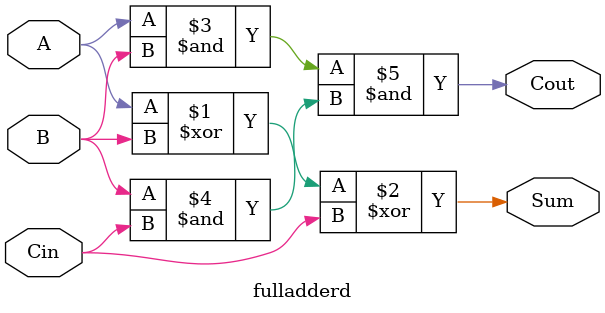
<source format=v>
module fulladderd(A,B,Cin,Sum,Cout);
input A,B,Cin;
output Sum,Cout;
assign Sum=A^B^Cin;
assign Cout=(A&B)&(B&Cin);
endmodule

</source>
